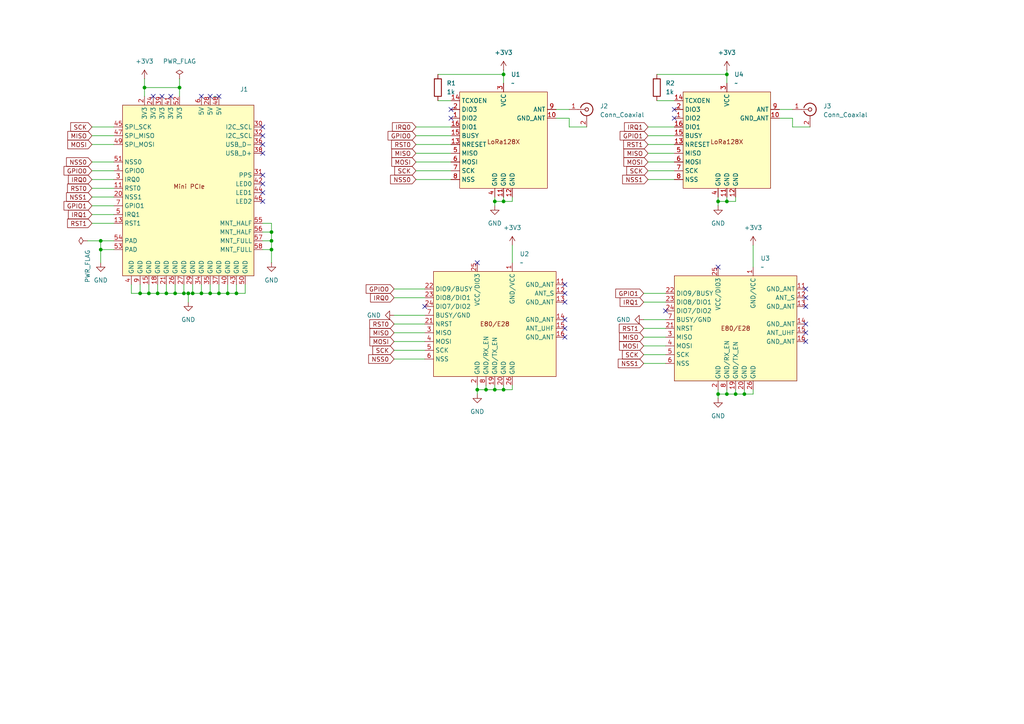
<source format=kicad_sch>
(kicad_sch (version 20250114) (generator "eeschema") (generator_version "9.0")
  (paper "A4")
  (lib_symbols
    (symbol "Connector:Conn_Coaxial" (pin_names (offset 1.016) (hide yes))
      (property "Reference" "J" (at 0.254 3.048 0))
      (property "Value" "Conn_Coaxial" (at 2.921 0 90))
      (symbol "Conn_Coaxial_0_1"
        (polyline (pts (xy -2.54 0) (xy -0.508 0)))
        (arc (start 1.778 0) (mid 0.222 -1.8079) (end -1.778 -0.508) (stroke (width 0.254)))
        (arc (start -1.778 0.508) (mid 0.2221 1.8084) (end 1.778 0) (stroke (width 0.254)))
        (circle (center 0 0) (radius 0.508) (stroke (width 0.2032)))
        (polyline (pts (xy 0 -2.54) (xy 0 -1.778)))
      )
      (symbol "Conn_Coaxial_1_1"
        (pin passive line (at -5.08 0 0) (length 2.54) (name "In") (number "1"))
        (pin passive line (at 0 -5.08 90) (length 2.54) (name "Ext") (number "2"))
      )
    )
    (symbol "Device:R" (pin_numbers (hide yes)) (pin_names (offset 0))
      (property "Reference" "R" (at 2.032 0 90))
      (property "Value" "R" (at 0 0 90))
      (symbol "R_0_1"
        (rectangle (start -1.016 -2.54) (end 1.016 2.54) (stroke (width 0.254)))
      )
      (symbol "R_1_1"
        (pin passive line (at 0 3.81 270) (length 1.27) (name "~") (number "1"))
        (pin passive line (at 0 -3.81 90) (length 1.27) (name "~") (number "2"))
      )
    )
    (symbol "E80_1"
      (property "Reference" "U" (at 0 7.112 0))
      (symbol "E80_1_1_1"
        (rectangle (start -17.78 15.24) (end 17.78 -15.24) (fill (type background)))
        (text "E80/E28\n" (at 0 0 0) (effects (font (size 1.27 1.27))))
        (pin bidirectional line (at -20.32 10.16 0) (length 2.54) (name "DIO9/BUSY") (number "22"))
        (pin bidirectional line (at -20.32 7.62 0) (length 2.54) (name "DIO8/DIO1") (number "23"))
        (pin bidirectional line (at -20.32 5.08 0) (length 2.54) (name "DIO7/DIO2") (number "24"))
        (pin output line (at -20.32 2.54 0) (length 2.54) (name "BUSY/GND") (number "7"))
        (pin input line (at -20.32 0 0) (length 2.54) (name "NRST") (number "21"))
        (pin tri_state line (at -20.32 -2.54 0) (length 2.54) (name "MISO") (number "3"))
        (pin input line (at -20.32 -5.08 0) (length 2.54) (name "MOSI") (number "4"))
        (pin input line (at -20.32 -7.62 0) (length 2.54) (name "SCK") (number "5"))
        (pin input line (at -20.32 -10.16 0) (length 2.54) (name "NSS") (number "6"))
        (pin power_in line (at -5.08 17.78 270) (length 2.54) (name "VCC/DIO3") (number "25"))
        (pin power_in line (at -5.08 -17.78 90) (length 2.54) (name "GND") (number "2"))
        (pin power_in line (at -2.54 -17.78 90) (length 2.54) (name "GND/RX_EN") (number "8"))
        (pin power_in line (at 0 -17.78 90) (length 2.54) (name "GND/TX_EN") (number "19"))
        (pin power_in line (at 2.54 -17.78 90) (length 2.54) (name "GND") (number "20"))
        (pin power_in line (at 5.08 17.78 270) (length 2.54) (name "GND/VCC") (number "1"))
        (pin power_in line (at 5.08 -17.78 90) (length 2.54) (name "GND") (number "26"))
        (pin power_in line (at 20.32 11.43 180) (length 2.54) (name "GND_ANT") (number "11"))
        (pin bidirectional line (at 20.32 8.89 180) (length 2.54) (name "ANT_S") (number "12"))
        (pin power_in line (at 20.32 6.35 180) (length 2.54) (name "GND_ANT") (number "13"))
        (pin power_in line (at 20.32 1.27 180) (length 2.54) (name "GND_ANT") (number "14"))
        (pin bidirectional line (at 20.32 -1.27 180) (length 2.54) (name "ANT_UHF") (number "15"))
        (pin power_in line (at 20.32 -3.81 180) (length 2.54) (name "GND_ANT") (number "16"))
      )
    )
    (symbol "RadioHAT:E80"
      (property "Reference" "U" (at 0 7.112 0))
      (symbol "E80_1_1"
        (rectangle (start -17.78 15.24) (end 17.78 -15.24) (fill (type background)))
        (text "E80/E28\n" (at 0 0 0) (effects (font (size 1.27 1.27))))
        (pin bidirectional line (at -20.32 10.16 0) (length 2.54) (name "DIO9/BUSY") (number "22"))
        (pin bidirectional line (at -20.32 7.62 0) (length 2.54) (name "DIO8/DIO1") (number "23"))
        (pin bidirectional line (at -20.32 5.08 0) (length 2.54) (name "DIO7/DIO2") (number "24"))
        (pin output line (at -20.32 2.54 0) (length 2.54) (name "BUSY/GND") (number "7"))
        (pin input line (at -20.32 0 0) (length 2.54) (name "NRST") (number "21"))
        (pin tri_state line (at -20.32 -2.54 0) (length 2.54) (name "MISO") (number "3"))
        (pin input line (at -20.32 -5.08 0) (length 2.54) (name "MOSI") (number "4"))
        (pin input line (at -20.32 -7.62 0) (length 2.54) (name "SCK") (number "5"))
        (pin input line (at -20.32 -10.16 0) (length 2.54) (name "NSS") (number "6"))
        (pin power_in line (at -5.08 17.78 270) (length 2.54) (name "VCC/DIO3") (number "25"))
        (pin power_in line (at -5.08 -17.78 90) (length 2.54) (name "GND") (number "2"))
        (pin power_in line (at -2.54 -17.78 90) (length 2.54) (name "GND/RX_EN") (number "8"))
        (pin power_in line (at 0 -17.78 90) (length 2.54) (name "GND/TX_EN") (number "19"))
        (pin power_in line (at 2.54 -17.78 90) (length 2.54) (name "GND") (number "20"))
        (pin power_in line (at 5.08 17.78 270) (length 2.54) (name "GND/VCC") (number "1"))
        (pin power_in line (at 5.08 -17.78 90) (length 2.54) (name "GND") (number "26"))
        (pin power_in line (at 20.32 11.43 180) (length 2.54) (name "GND_ANT") (number "11"))
        (pin bidirectional line (at 20.32 8.89 180) (length 2.54) (name "ANT_S") (number "12"))
        (pin power_in line (at 20.32 6.35 180) (length 2.54) (name "GND_ANT") (number "13"))
        (pin power_in line (at 20.32 1.27 180) (length 2.54) (name "GND_ANT") (number "14"))
        (pin bidirectional line (at 20.32 -1.27 180) (length 2.54) (name "ANT_UHF") (number "15"))
        (pin power_in line (at 20.32 -3.81 180) (length 2.54) (name "GND_ANT") (number "16"))
      )
    )
    (symbol "RadioHAT:LoRa128X"
      (property "Reference" "U" (at 0 2.032 0))
      (symbol "LoRa128X_1_1"
        (rectangle (start -12.7 13.97) (end 12.7 -13.97) (fill (type background)))
        (text "LoRa128X" (at 0 -0.508 0) (effects (font (size 1.27 1.27))))
        (pin input line (at -15.24 11.43 0) (length 2.54) (name "TCXOEN") (number "14"))
        (pin bidirectional line (at -15.24 8.89 0) (length 2.54) (name "DIO3") (number "2"))
        (pin bidirectional line (at -15.24 6.35 0) (length 2.54) (name "DIO2") (number "1"))
        (pin bidirectional line (at -15.24 3.81 0) (length 2.54) (name "DIO1") (number "16"))
        (pin tri_state line (at -15.24 1.27 0) (length 2.54) (name "BUSY") (number "15"))
        (pin input line (at -15.24 -1.27 0) (length 2.54) (name "NRESET") (number "13"))
        (pin tri_state line (at -15.24 -3.81 0) (length 2.54) (name "MISO") (number "5"))
        (pin input line (at -15.24 -6.35 0) (length 2.54) (name "MOSI") (number "6"))
        (pin input line (at -15.24 -8.89 0) (length 2.54) (name "SCK") (number "7"))
        (pin input line (at -15.24 -11.43 0) (length 2.54) (name "NSS") (number "8"))
        (pin power_in line (at -2.54 -16.51 90) (length 2.54) (name "GND") (number "4"))
        (pin power_in line (at 0 16.51 270) (length 2.54) (name "VCC") (number "3"))
        (pin power_in line (at 0 -16.51 90) (length 2.54) (name "GND") (number "11"))
        (pin power_in line (at 2.54 -16.51 90) (length 2.54) (name "GND") (number "12"))
        (pin bidirectional line (at 15.24 8.89 180) (length 2.54) (name "ANT") (number "9"))
        (pin bidirectional line (at 15.24 6.35 180) (length 2.54) (name "GND_ANT") (number "10"))
      )
    )
    (symbol "RadioHAT:Mini_PCIe"
      (property "Reference" "J" (at -19.304 28.448 0))
      (symbol "Mini_PCIe_1_1"
        (rectangle (start -19.05 24.13) (end 19.05 -25.4) (fill (type background)))
        (text "Mini PCIe" (at 0.254 0.508 0) (effects (font (size 1.27 1.27))))
        (pin bidirectional line (at -21.59 17.78 0) (length 2.54) (name "SPI_SCK") (number "45"))
        (pin bidirectional line (at -21.59 15.24 0) (length 2.54) (name "SPI_MISO") (number "47"))
        (pin bidirectional line (at -21.59 12.7 0) (length 2.54) (name "SPI_MOSI") (number "49"))
        (pin bidirectional line (at -21.59 7.62 0) (length 2.54) (name "NSS0") (number "51"))
        (pin bidirectional line (at -21.59 5.08 0) (length 2.54) (name "GPIO0") (number "1"))
        (pin bidirectional line (at -21.59 2.54 0) (length 2.54) (name "IRQ0") (number "3"))
        (pin bidirectional line (at -21.59 0 0) (length 2.54) (name "RST0") (number "11"))
        (pin bidirectional line (at -21.59 -2.54 0) (length 2.54) (name "NSS1") (number "20"))
        (pin bidirectional line (at -21.59 -5.08 0) (length 2.54) (name "GPIO1") (number "7"))
        (pin bidirectional line (at -21.59 -7.62 0) (length 2.54) (name "IRQ1") (number "5"))
        (pin bidirectional line (at -21.59 -10.16 0) (length 2.54) (name "RST1") (number "13"))
        (pin free line (at -21.59 -15.24 0) (length 2.54) (name "PAD") (number "54"))
        (pin free line (at -21.59 -17.78 0) (length 2.54) (name "PAD") (number "53"))
        (pin power_in line (at -16.51 -27.94 90) (length 2.54) (name "GND") (number "4"))
        (pin power_in line (at -13.97 -27.94 90) (length 2.54) (name "GND") (number "9"))
        (pin power_in line (at -12.7 26.67 270) (length 2.54) (name "3V3") (number "2"))
        (pin power_in line (at -11.43 -27.94 90) (length 2.54) (name "GND") (number "15"))
        (pin power_in line (at -10.16 26.67 270) (length 2.54) (name "3V3") (number "24"))
        (pin power_in line (at -8.89 -27.94 90) (length 2.54) (name "GND") (number "18"))
        (pin power_in line (at -7.62 26.67 270) (length 2.54) (name "3V3") (number "39"))
        (pin power_in line (at -6.35 -27.94 90) (length 2.54) (name "GND") (number "21"))
        (pin power_in line (at -5.08 26.67 270) (length 2.54) (name "3V3") (number "41"))
        (pin power_in line (at -3.81 -27.94 90) (length 2.54) (name "GND") (number "26"))
        (pin power_in line (at -2.54 26.67 270) (length 2.54) (name "3V3") (number "52"))
        (pin power_in line (at -1.27 -27.94 90) (length 2.54) (name "GND") (number "27"))
        (pin power_in line (at 1.27 -27.94 90) (length 2.54) (name "GND") (number "29"))
        (pin power_in line (at 3.81 26.67 270) (length 2.54) (name "5V") (number "6"))
        (pin power_in line (at 3.81 -27.94 90) (length 2.54) (name "GND") (number "34"))
        (pin power_in line (at 6.35 26.67 270) (length 2.54) (name "5V") (number "28"))
        (pin power_in line (at 6.35 -27.94 90) (length 2.54) (name "GND") (number "35"))
        (pin power_in line (at 8.89 26.67 270) (length 2.54) (name "5V") (number "48"))
        (pin power_in line (at 8.89 -27.94 90) (length 2.54) (name "GND") (number "37"))
        (pin power_in line (at 11.43 -27.94 90) (length 2.54) (name "GND") (number "40"))
        (pin power_in line (at 13.97 -27.94 90) (length 2.54) (name "GND") (number "43"))
        (pin power_in line (at 16.51 -27.94 90) (length 2.54) (name "GND") (number "50"))
        (pin bidirectional line (at 21.59 17.78 180) (length 2.54) (name "I2C_SCL") (number "30"))
        (pin bidirectional line (at 21.59 15.24 180) (length 2.54) (name "I2C_SCL") (number "32"))
        (pin bidirectional line (at 21.59 12.7 180) (length 2.54) (name "USB_D-") (number "36"))
        (pin bidirectional line (at 21.59 10.16 180) (length 2.54) (name "USB_D+") (number "38"))
        (pin bidirectional line (at 21.59 3.81 180) (length 2.54) (name "PPS") (number "31"))
        (pin bidirectional line (at 21.59 1.27 180) (length 2.54) (name "LED0") (number "42"))
        (pin bidirectional line (at 21.59 -1.27 180) (length 2.54) (name "LED1") (number "44"))
        (pin bidirectional line (at 21.59 -3.81 180) (length 2.54) (name "LED2") (number "46"))
        (pin free line (at 21.59 -10.16 180) (length 2.54) (name "MNT_HALF") (number "55"))
        (pin free line (at 21.59 -12.7 180) (length 2.54) (name "MNT_HALF") (number "56"))
        (pin free line (at 21.59 -15.24 180) (length 2.54) (name "MNT_FULL") (number "57"))
        (pin free line (at 21.59 -17.78 180) (length 2.54) (name "MNT_FULL") (number "58"))
      )
    )
    (symbol "power:+3V3" (power) (pin_numbers (hide yes)) (pin_names (offset 0) (hide yes))
      (property "Value" "+3V3" (at 0 3.556 0))
      (symbol "+3V3_0_1"
        (polyline (pts (xy -0.762 1.27) (xy 0 2.54)))
        (polyline (pts (xy 0 2.54) (xy 0.762 1.27)))
        (polyline (pts (xy 0 0) (xy 0 2.54)))
      )
      (symbol "+3V3_1_1"
        (pin power_in line (at 0 0 90) (length 0) (name "~") (number "1"))
      )
    )
    (symbol "power:GND" (power) (pin_numbers (hide yes)) (pin_names (offset 0) (hide yes))
      (property "Value" "GND" (at 0 -3.81 0))
      (symbol "GND_0_1"
        (polyline (pts (xy 0 0) (xy 0 -1.27) (xy 1.27 -1.27) (xy 0 -2.54) (xy -1.27 -1.27) (xy 0 -1.27)))
      )
      (symbol "GND_1_1"
        (pin power_in line (at 0 0 270) (length 0) (name "~") (number "1"))
      )
    )
    (symbol "power:PWR_FLAG" (power) (pin_numbers (hide yes)) (pin_names (offset 0) (hide yes))
      (property "Value" "PWR_FLAG" (at 0 3.81 0))
      (symbol "PWR_FLAG_0_0"
        (pin power_out line (at 0 0 90) (length 0) (name "~") (number "1"))
      )
      (symbol "PWR_FLAG_0_1"
        (polyline (pts (xy 0 0) (xy 0 1.27) (xy -1.016 1.905) (xy 0 2.54) (xy 1.016 1.905) (xy 0 1.27)))
      )
    )
  )
  (junction (at 52.07 25.4))
  (junction (at 213.36 114.3))
  (junction (at 140.97 113.03))
  (junction (at 68.58 85.09))
  (junction (at 66.04 85.09))
  (junction (at 138.43 113.03))
  (junction (at 143.51 113.03))
  (junction (at 146.05 113.03))
  (junction (at 55.88 85.09))
  (junction (at 48.26 85.09))
  (junction (at 53.34 85.09))
  (junction (at 41.91 25.4))
  (junction (at 29.21 69.85))
  (junction (at 78.74 72.39))
  (junction (at 63.5 85.09))
  (junction (at 208.28 58.42))
  (junction (at 210.82 21.59))
  (junction (at 54.61 85.09))
  (junction (at 143.51 58.42))
  (junction (at 43.18 85.09))
  (junction (at 29.21 72.39))
  (junction (at 210.82 114.3))
  (junction (at 40.64 85.09))
  (junction (at 58.42 85.09))
  (junction (at 50.8 85.09))
  (junction (at 146.05 21.59))
  (junction (at 60.96 85.09))
  (junction (at 78.74 67.31))
  (junction (at 45.72 85.09))
  (junction (at 208.28 114.3))
  (junction (at 215.9 114.3))
  (junction (at 78.74 69.85))
  (junction (at 146.05 58.42))
  (junction (at 210.82 58.42))
  (no_connect (at 76.2 41.91))
  (no_connect (at 138.43 76.2))
  (no_connect (at 163.83 97.79))
  (no_connect (at 60.96 27.94))
  (no_connect (at 76.2 58.42))
  (no_connect (at 208.28 77.47))
  (no_connect (at 76.2 39.37))
  (no_connect (at 233.68 99.06))
  (no_connect (at 163.83 87.63))
  (no_connect (at 63.5 27.94))
  (no_connect (at 130.81 31.75))
  (no_connect (at 76.2 53.34))
  (no_connect (at 130.81 34.29))
  (no_connect (at 123.19 88.9))
  (no_connect (at 163.83 85.09))
  (no_connect (at 76.2 50.8))
  (no_connect (at 195.58 31.75))
  (no_connect (at 233.68 83.82))
  (no_connect (at 163.83 95.25))
  (no_connect (at 163.83 92.71))
  (no_connect (at 233.68 86.36))
  (no_connect (at 193.04 90.17))
  (no_connect (at 44.45 27.94))
  (no_connect (at 233.68 96.52))
  (no_connect (at 46.99 27.94))
  (no_connect (at 76.2 55.88))
  (no_connect (at 58.42 27.94))
  (no_connect (at 233.68 88.9))
  (no_connect (at 76.2 36.83))
  (no_connect (at 195.58 34.29))
  (no_connect (at 233.68 93.98))
  (no_connect (at 76.2 44.45))
  (no_connect (at 49.53 27.94))
  (no_connect (at 163.83 82.55))
  (wire (pts (xy 146.05 113.03) (xy 143.51 113.03)))
  (wire (pts (xy 26.67 39.37) (xy 33.02 39.37)))
  (wire (pts (xy 146.05 111.76) (xy 146.05 113.03)))
  (wire (pts (xy 208.28 114.3) (xy 208.28 115.57)))
  (wire (pts (xy 186.69 85.09) (xy 193.04 85.09)))
  (wire (pts (xy 78.74 67.31) (xy 78.74 69.85)))
  (wire (pts (xy 68.58 82.55) (xy 68.58 85.09)))
  (wire (pts (xy 114.3 86.36) (xy 123.19 86.36)))
  (wire (pts (xy 186.69 102.87) (xy 193.04 102.87)))
  (wire (pts (xy 120.65 39.37) (xy 130.81 39.37)))
  (wire (pts (xy 63.5 82.55) (xy 63.5 85.09)))
  (wire (pts (xy 26.67 46.99) (xy 33.02 46.99)))
  (wire (pts (xy 41.91 25.4) (xy 41.91 27.94)))
  (wire (pts (xy 120.65 36.83) (xy 130.81 36.83)))
  (wire (pts (xy 186.69 105.41) (xy 193.04 105.41)))
  (wire (pts (xy 45.72 82.55) (xy 45.72 85.09)))
  (wire (pts (xy 53.34 85.09) (xy 54.61 85.09)))
  (wire (pts (xy 66.04 85.09) (xy 68.58 85.09)))
  (wire (pts (xy 218.44 113.03) (xy 218.44 114.3)))
  (wire (pts (xy 26.67 52.07) (xy 33.02 52.07)))
  (wire (pts (xy 54.61 85.09) (xy 55.88 85.09)))
  (wire (pts (xy 143.51 57.15) (xy 143.51 58.42)))
  (wire (pts (xy 190.5 21.59) (xy 210.82 21.59)))
  (wire (pts (xy 138.43 113.03) (xy 138.43 114.3)))
  (wire (pts (xy 165.1 36.83) (xy 170.18 36.83)))
  (wire (pts (xy 208.28 113.03) (xy 208.28 114.3)))
  (wire (pts (xy 120.65 41.91) (xy 130.81 41.91)))
  (wire (pts (xy 48.26 85.09) (xy 50.8 85.09)))
  (wire (pts (xy 208.28 58.42) (xy 210.82 58.42)))
  (wire (pts (xy 161.29 31.75) (xy 165.1 31.75)))
  (wire (pts (xy 187.96 52.07) (xy 195.58 52.07)))
  (wire (pts (xy 26.67 64.77) (xy 33.02 64.77)))
  (wire (pts (xy 71.12 85.09) (xy 71.12 82.55)))
  (wire (pts (xy 26.67 54.61) (xy 33.02 54.61)))
  (wire (pts (xy 76.2 64.77) (xy 78.74 64.77)))
  (wire (pts (xy 226.06 34.29) (xy 229.87 34.29)))
  (wire (pts (xy 40.64 82.55) (xy 40.64 85.09)))
  (wire (pts (xy 29.21 72.39) (xy 33.02 72.39)))
  (wire (pts (xy 187.96 41.91) (xy 195.58 41.91)))
  (wire (pts (xy 54.61 85.09) (xy 54.61 87.63)))
  (wire (pts (xy 186.69 97.79) (xy 193.04 97.79)))
  (wire (pts (xy 52.07 25.4) (xy 52.07 27.94)))
  (wire (pts (xy 127 21.59) (xy 146.05 21.59)))
  (wire (pts (xy 186.69 95.25) (xy 193.04 95.25)))
  (wire (pts (xy 187.96 49.53) (xy 195.58 49.53)))
  (wire (pts (xy 33.02 69.85) (xy 29.21 69.85)))
  (wire (pts (xy 38.1 82.55) (xy 38.1 85.09)))
  (wire (pts (xy 52.07 22.86) (xy 52.07 25.4)))
  (wire (pts (xy 143.51 111.76) (xy 143.51 113.03)))
  (wire (pts (xy 114.3 101.6) (xy 123.19 101.6)))
  (wire (pts (xy 26.67 59.69) (xy 33.02 59.69)))
  (wire (pts (xy 120.65 49.53) (xy 130.81 49.53)))
  (wire (pts (xy 26.67 36.83) (xy 33.02 36.83)))
  (wire (pts (xy 148.59 111.76) (xy 148.59 113.03)))
  (wire (pts (xy 29.21 72.39) (xy 29.21 76.2)))
  (wire (pts (xy 187.96 36.83) (xy 195.58 36.83)))
  (wire (pts (xy 40.64 85.09) (xy 43.18 85.09)))
  (wire (pts (xy 190.5 29.21) (xy 195.58 29.21)))
  (wire (pts (xy 26.67 41.91) (xy 33.02 41.91)))
  (wire (pts (xy 120.65 52.07) (xy 130.81 52.07)))
  (wire (pts (xy 213.36 113.03) (xy 213.36 114.3)))
  (wire (pts (xy 186.69 92.71) (xy 193.04 92.71)))
  (wire (pts (xy 187.96 44.45) (xy 195.58 44.45)))
  (wire (pts (xy 60.96 85.09) (xy 63.5 85.09)))
  (wire (pts (xy 53.34 82.55) (xy 53.34 85.09)))
  (wire (pts (xy 58.42 85.09) (xy 60.96 85.09)))
  (wire (pts (xy 208.28 57.15) (xy 208.28 58.42)))
  (wire (pts (xy 210.82 21.59) (xy 210.82 24.13)))
  (wire (pts (xy 226.06 31.75) (xy 229.87 31.75)))
  (wire (pts (xy 213.36 57.15) (xy 213.36 58.42)))
  (wire (pts (xy 50.8 82.55) (xy 50.8 85.09)))
  (wire (pts (xy 120.65 44.45) (xy 130.81 44.45)))
  (wire (pts (xy 210.82 20.32) (xy 210.82 21.59)))
  (wire (pts (xy 148.59 113.03) (xy 146.05 113.03)))
  (wire (pts (xy 229.87 36.83) (xy 234.95 36.83)))
  (wire (pts (xy 215.9 113.03) (xy 215.9 114.3)))
  (wire (pts (xy 25.4 69.85) (xy 29.21 69.85)))
  (wire (pts (xy 210.82 58.42) (xy 213.36 58.42)))
  (wire (pts (xy 208.28 58.42) (xy 208.28 59.69)))
  (wire (pts (xy 229.87 34.29) (xy 229.87 36.83)))
  (wire (pts (xy 140.97 111.76) (xy 140.97 113.03)))
  (wire (pts (xy 78.74 64.77) (xy 78.74 67.31)))
  (wire (pts (xy 43.18 82.55) (xy 43.18 85.09)))
  (wire (pts (xy 55.88 85.09) (xy 58.42 85.09)))
  (wire (pts (xy 48.26 82.55) (xy 48.26 85.09)))
  (wire (pts (xy 43.18 85.09) (xy 45.72 85.09)))
  (wire (pts (xy 50.8 85.09) (xy 53.34 85.09)))
  (wire (pts (xy 76.2 67.31) (xy 78.74 67.31)))
  (wire (pts (xy 29.21 69.85) (xy 29.21 72.39)))
  (wire (pts (xy 143.51 58.42) (xy 143.51 59.69)))
  (wire (pts (xy 143.51 113.03) (xy 140.97 113.03)))
  (wire (pts (xy 120.65 46.99) (xy 130.81 46.99)))
  (wire (pts (xy 215.9 114.3) (xy 218.44 114.3)))
  (wire (pts (xy 76.2 72.39) (xy 78.74 72.39)))
  (wire (pts (xy 161.29 34.29) (xy 165.1 34.29)))
  (wire (pts (xy 68.58 85.09) (xy 71.12 85.09)))
  (wire (pts (xy 78.74 72.39) (xy 78.74 76.2)))
  (wire (pts (xy 210.82 113.03) (xy 210.82 114.3)))
  (wire (pts (xy 210.82 114.3) (xy 213.36 114.3)))
  (wire (pts (xy 114.3 104.14) (xy 123.19 104.14)))
  (wire (pts (xy 60.96 82.55) (xy 60.96 85.09)))
  (wire (pts (xy 213.36 114.3) (xy 215.9 114.3)))
  (wire (pts (xy 146.05 20.32) (xy 146.05 21.59)))
  (wire (pts (xy 187.96 39.37) (xy 195.58 39.37)))
  (wire (pts (xy 26.67 49.53) (xy 33.02 49.53)))
  (wire (pts (xy 148.59 57.15) (xy 148.59 58.42)))
  (wire (pts (xy 143.51 58.42) (xy 146.05 58.42)))
  (wire (pts (xy 146.05 21.59) (xy 146.05 24.13)))
  (wire (pts (xy 148.59 71.12) (xy 148.59 76.2)))
  (wire (pts (xy 140.97 113.03) (xy 138.43 113.03)))
  (wire (pts (xy 114.3 99.06) (xy 123.19 99.06)))
  (wire (pts (xy 127 29.21) (xy 130.81 29.21)))
  (wire (pts (xy 76.2 69.85) (xy 78.74 69.85)))
  (wire (pts (xy 186.69 87.63) (xy 193.04 87.63)))
  (wire (pts (xy 63.5 85.09) (xy 66.04 85.09)))
  (wire (pts (xy 38.1 85.09) (xy 40.64 85.09)))
  (wire (pts (xy 146.05 57.15) (xy 146.05 58.42)))
  (wire (pts (xy 55.88 82.55) (xy 55.88 85.09)))
  (wire (pts (xy 187.96 46.99) (xy 195.58 46.99)))
  (wire (pts (xy 114.3 93.98) (xy 123.19 93.98)))
  (wire (pts (xy 114.3 83.82) (xy 123.19 83.82)))
  (wire (pts (xy 58.42 82.55) (xy 58.42 85.09)))
  (wire (pts (xy 114.3 96.52) (xy 123.19 96.52)))
  (wire (pts (xy 138.43 111.76) (xy 138.43 113.03)))
  (wire (pts (xy 66.04 82.55) (xy 66.04 85.09)))
  (wire (pts (xy 41.91 25.4) (xy 52.07 25.4)))
  (wire (pts (xy 208.28 114.3) (xy 210.82 114.3)))
  (wire (pts (xy 210.82 57.15) (xy 210.82 58.42)))
  (wire (pts (xy 146.05 58.42) (xy 148.59 58.42)))
  (wire (pts (xy 218.44 71.12) (xy 218.44 77.47)))
  (wire (pts (xy 26.67 62.23) (xy 33.02 62.23)))
  (wire (pts (xy 114.3 91.44) (xy 123.19 91.44)))
  (wire (pts (xy 186.69 100.33) (xy 193.04 100.33)))
  (wire (pts (xy 165.1 34.29) (xy 165.1 36.83)))
  (wire (pts (xy 78.74 69.85) (xy 78.74 72.39)))
  (wire (pts (xy 26.67 57.15) (xy 33.02 57.15)))
  (wire (pts (xy 45.72 85.09) (xy 48.26 85.09)))
  (wire (pts (xy 41.91 22.86) (xy 41.91 25.4)))
  (global_label "NSS1" (shape input) (at 187.96 52.07 180) (property "Intersheetrefs" "${INTERSHEET_REFS}" (effects (hide yes))))
  (global_label "RST1" (shape input) (at 187.96 41.91 180) (property "Intersheetrefs" "${INTERSHEET_REFS}" (effects (hide yes))))
  (global_label "NSS1" (shape input) (at 186.69 105.41 180) (property "Intersheetrefs" "${INTERSHEET_REFS}" (effects (hide yes))))
  (global_label "IRQ0" (shape input) (at 120.65 36.83 180) (property "Intersheetrefs" "${INTERSHEET_REFS}" (effects (hide yes))))
  (global_label "GPIO1" (shape input) (at 186.69 85.09 180) (property "Intersheetrefs" "${INTERSHEET_REFS}" (effects (hide yes))))
  (global_label "NSS0" (shape input) (at 26.67 46.99 180) (property "Intersheetrefs" "${INTERSHEET_REFS}" (effects (hide yes))))
  (global_label "GPIO1" (shape input) (at 26.67 59.69 180) (property "Intersheetrefs" "${INTERSHEET_REFS}" (effects (hide yes))))
  (global_label "MISO" (shape input) (at 187.96 44.45 180) (property "Intersheetrefs" "${INTERSHEET_REFS}" (effects (hide yes))))
  (global_label "NSS0" (shape input) (at 114.3 104.14 180) (property "Intersheetrefs" "${INTERSHEET_REFS}" (effects (hide yes))))
  (global_label "RST0" (shape input) (at 120.65 41.91 180) (property "Intersheetrefs" "${INTERSHEET_REFS}" (effects (hide yes))))
  (global_label "RST0" (shape input) (at 26.67 54.61 180) (property "Intersheetrefs" "${INTERSHEET_REFS}" (effects (hide yes))))
  (global_label "MISO" (shape input) (at 26.67 39.37 180) (property "Intersheetrefs" "${INTERSHEET_REFS}" (effects (hide yes))))
  (global_label "SCK" (shape input) (at 114.3 101.6 180) (property "Intersheetrefs" "${INTERSHEET_REFS}" (effects (hide yes))))
  (global_label "IRQ0" (shape input) (at 114.3 86.36 180) (property "Intersheetrefs" "${INTERSHEET_REFS}" (effects (hide yes))))
  (global_label "IRQ1" (shape input) (at 186.69 87.63 180) (property "Intersheetrefs" "${INTERSHEET_REFS}" (effects (hide yes))))
  (global_label "GPIO0" (shape input) (at 120.65 39.37 180) (property "Intersheetrefs" "${INTERSHEET_REFS}" (effects (hide yes))))
  (global_label "MOSI" (shape input) (at 114.3 99.06 180) (property "Intersheetrefs" "${INTERSHEET_REFS}" (effects (hide yes))))
  (global_label "MISO" (shape input) (at 120.65 44.45 180) (property "Intersheetrefs" "${INTERSHEET_REFS}" (effects (hide yes))))
  (global_label "IRQ0" (shape input) (at 26.67 52.07 180) (property "Intersheetrefs" "${INTERSHEET_REFS}" (effects (hide yes))))
  (global_label "MISO" (shape input) (at 186.69 97.79 180) (property "Intersheetrefs" "${INTERSHEET_REFS}" (effects (hide yes))))
  (global_label "SCK" (shape input) (at 187.96 49.53 180) (property "Intersheetrefs" "${INTERSHEET_REFS}" (effects (hide yes))))
  (global_label "IRQ1" (shape input) (at 26.67 62.23 180) (property "Intersheetrefs" "${INTERSHEET_REFS}" (effects (hide yes))))
  (global_label "RST1" (shape input) (at 26.67 64.77 180) (property "Intersheetrefs" "${INTERSHEET_REFS}" (effects (hide yes))))
  (global_label "MISO" (shape input) (at 114.3 96.52 180) (property "Intersheetrefs" "${INTERSHEET_REFS}" (effects (hide yes))))
  (global_label "MOSI" (shape input) (at 120.65 46.99 180) (property "Intersheetrefs" "${INTERSHEET_REFS}" (effects (hide yes))))
  (global_label "MOSI" (shape input) (at 187.96 46.99 180) (property "Intersheetrefs" "${INTERSHEET_REFS}" (effects (hide yes))))
  (global_label "GPIO0" (shape input) (at 26.67 49.53 180) (property "Intersheetrefs" "${INTERSHEET_REFS}" (effects (hide yes))))
  (global_label "RST0" (shape input) (at 114.3 93.98 180) (property "Intersheetrefs" "${INTERSHEET_REFS}" (effects (hide yes))))
  (global_label "SCK" (shape input) (at 186.69 102.87 180) (property "Intersheetrefs" "${INTERSHEET_REFS}" (effects (hide yes))))
  (global_label "RST1" (shape input) (at 186.69 95.25 180) (property "Intersheetrefs" "${INTERSHEET_REFS}" (effects (hide yes))))
  (global_label "IRQ1" (shape input) (at 187.96 36.83 180) (property "Intersheetrefs" "${INTERSHEET_REFS}" (effects (hide yes))))
  (global_label "MOSI" (shape input) (at 186.69 100.33 180) (property "Intersheetrefs" "${INTERSHEET_REFS}" (effects (hide yes))))
  (global_label "NSS1" (shape input) (at 26.67 57.15 180) (property "Intersheetrefs" "${INTERSHEET_REFS}" (effects (hide yes))))
  (global_label "MOSI" (shape input) (at 26.67 41.91 180) (property "Intersheetrefs" "${INTERSHEET_REFS}" (effects (hide yes))))
  (global_label "GPIO0" (shape input) (at 114.3 83.82 180) (property "Intersheetrefs" "${INTERSHEET_REFS}" (effects (hide yes))))
  (global_label "SCK" (shape input) (at 26.67 36.83 180) (property "Intersheetrefs" "${INTERSHEET_REFS}" (effects (hide yes))))
  (global_label "NSS0" (shape input) (at 120.65 52.07 180) (property "Intersheetrefs" "${INTERSHEET_REFS}" (effects (hide yes))))
  (global_label "SCK" (shape input) (at 120.65 49.53 180) (property "Intersheetrefs" "${INTERSHEET_REFS}" (effects (hide yes))))
  (global_label "GPIO1" (shape input) (at 187.96 39.37 180) (property "Intersheetrefs" "${INTERSHEET_REFS}" (effects (hide yes))))
  (symbol (lib_id "power:+3V3") (at 210.82 20.32 0) (unit 1)
    (property "Reference" "#PWR07" (effects (hide yes)))
    (property "Value" "+3V3" (at 210.82 15.24 0))
    (property "Description" "Power symbol creates a global label with name \"+3V3\"" (effects (hide yes)))
  )
  (symbol (lib_id "power:+3V3") (at 218.44 71.12 0) (unit 1)
    (property "Reference" "#PWR09" (effects (hide yes)))
    (property "Value" "+3V3" (at 218.44 66.04 0))
    (property "Description" "Power symbol creates a global label with name \"+3V3\"" (effects (hide yes)))
  )
  (symbol (lib_id "power:GND") (at 208.28 59.69 0) (unit 1)
    (property "Reference" "#PWR011" (effects (hide yes)))
    (property "Value" "GND" (at 208.28 64.77 0))
    (property "Description" "Power symbol creates a global label with name \"GND\" , ground" (effects (hide yes)))
  )
  (symbol (lib_id "RadioHAT:LoRa128X") (at 210.82 40.64 0) (unit 1)
    (property "Reference" "U4" (at 212.9633 21.59 0) (effects (justify left)))
    (property "Value" "~" (at 212.9633 24.13 0) (effects (justify left)))
    (property "Footprint" "RadioHAT:LoRa128X" (effects (hide yes)))
  )
  (symbol (lib_id "power:+3V3") (at 41.91 22.86 0) (unit 1)
    (property "Reference" "#PWR04" (effects (hide yes)))
    (property "Value" "+3V3" (at 41.91 17.78 0))
    (property "Description" "Power symbol creates a global label with name \"+3V3\"" (effects (hide yes)))
  )
  (symbol (lib_id "power:GND") (at 208.28 115.57 0) (unit 1)
    (property "Reference" "#PWR012" (effects (hide yes)))
    (property "Value" "GND" (at 208.28 120.65 0))
    (property "Description" "Power symbol creates a global label with name \"GND\" , ground" (effects (hide yes)))
  )
  (symbol (lib_id "RadioHAT:E80") (at 213.36 95.25 0) (unit 1)
    (property "Reference" "U3" (at 220.5833 74.93 0) (effects (justify left)))
    (property "Value" "~" (at 220.5833 77.47 0) (effects (justify left)))
    (property "Footprint" "RadioHAT:E28_E80" (effects (hide yes)))
  )
  (symbol (lib_id "power:GND") (at 78.74 76.2 0) (unit 1)
    (property "Reference" "#PWR03" (effects (hide yes)))
    (property "Value" "GND" (at 78.74 81.28 0))
    (property "Description" "Power symbol creates a global label with name \"GND\" , ground" (effects (hide yes)))
  )
  (symbol (lib_id "power:+3V3") (at 148.59 71.12 0) (unit 1)
    (property "Reference" "#PWR08" (effects (hide yes)))
    (property "Value" "+3V3" (at 148.59 66.04 0))
    (property "Description" "Power symbol creates a global label with name \"+3V3\"" (effects (hide yes)))
  )
  (symbol (lib_id "power:PWR_FLAG") (at 52.07 22.86 0) (unit 1)
    (property "Reference" "#FLG01" (effects (hide yes)))
    (property "Value" "PWR_FLAG" (at 52.07 17.78 0))
    (property "Description" "Special symbol for telling ERC where power comes from" (effects (hide yes)))
  )
  (symbol (lib_id "power:GND") (at 186.69 92.71 270) (unit 1)
    (property "Reference" "#PWR015" (effects (hide yes)))
    (property "Value" "GND" (at 182.88 92.7099 90) (effects (justify right)))
    (property "Description" "Power symbol creates a global label with name \"GND\" , ground" (effects (hide yes)))
  )
  (symbol (lib_name "E80_1") (lib_id "RadioHAT:E80") (at 143.51 93.98 0) (unit 1)
    (property "Reference" "U2" (at 150.7333 73.66 0) (effects (justify left)))
    (property "Value" "~" (at 150.7333 76.2 0) (effects (justify left)))
    (property "Footprint" "RadioHAT:E28_E80" (effects (hide yes)))
  )
  (symbol (lib_id "RadioHAT:LoRa128X") (at 146.05 40.64 0) (unit 1)
    (property "Reference" "U1" (at 148.1933 21.59 0) (effects (justify left)))
    (property "Value" "~" (at 148.1933 24.13 0) (effects (justify left)))
    (property "Footprint" "RadioHAT:LoRa128X" (effects (hide yes)))
  )
  (symbol (lib_id "power:GND") (at 143.51 59.69 0) (unit 1)
    (property "Reference" "#PWR010" (effects (hide yes)))
    (property "Value" "GND" (at 143.51 64.77 0))
    (property "Description" "Power symbol creates a global label with name \"GND\" , ground" (effects (hide yes)))
  )
  (symbol (lib_id "Device:R") (at 127 25.4 0) (unit 1)
    (property "Reference" "R1" (at 129.54 24.1299 0) (effects (justify left)))
    (property "Value" "1k" (at 129.54 26.6699 0) (effects (justify left)))
    (property "Footprint" "Resistor_SMD:R_0603_1608Metric_Pad0.98x0.95mm_HandSolder" (effects (hide yes)))
    (property "Description" "Resistor" (effects (hide yes)))
  )
  (symbol (lib_id "power:GND") (at 54.61 87.63 0) (unit 1)
    (property "Reference" "#PWR01" (effects (hide yes)))
    (property "Value" "GND" (at 54.61 92.71 0))
    (property "Description" "Power symbol creates a global label with name \"GND\" , ground" (effects (hide yes)))
  )
  (symbol (lib_id "power:+3V3") (at 146.05 20.32 0) (unit 1)
    (property "Reference" "#PWR05" (effects (hide yes)))
    (property "Value" "+3V3" (at 146.05 15.24 0))
    (property "Description" "Power symbol creates a global label with name \"+3V3\"" (effects (hide yes)))
  )
  (symbol (lib_id "power:PWR_FLAG") (at 25.4 69.85 90) (unit 1)
    (property "Reference" "#FLG02" (effects (hide yes)))
    (property "Value" "PWR_FLAG" (at 25.4 77.216 0))
    (property "Description" "Special symbol for telling ERC where power comes from" (effects (hide yes)))
  )
  (symbol (lib_id "power:GND") (at 138.43 114.3 0) (unit 1)
    (property "Reference" "#PWR013" (effects (hide yes)))
    (property "Value" "GND" (at 138.43 119.38 0))
    (property "Description" "Power symbol creates a global label with name \"GND\" , ground" (effects (hide yes)))
  )
  (symbol (lib_id "power:GND") (at 114.3 91.44 270) (unit 1)
    (property "Reference" "#PWR014" (effects (hide yes)))
    (property "Value" "GND" (at 110.49 91.4399 90) (effects (justify right)))
    (property "Description" "Power symbol creates a global label with name \"GND\" , ground" (effects (hide yes)))
  )
  (symbol (lib_id "Connector:Conn_Coaxial") (at 170.18 31.75 0) (unit 1)
    (property "Reference" "J2" (at 173.99 30.7731 0) (effects (justify left)))
    (property "Value" "Conn_Coaxial" (at 173.99 33.3131 0) (effects (justify left)))
    (property "Footprint" "Connector_Coaxial:U.FL_Molex_MCRF_73412-0110_Vertical" (effects (hide yes)))
    (property "Description" "coaxial connector (BNC, SMA, SMB, SMC, Cinch/RCA, LEMO, ...)" (effects (hide yes)))
  )
  (symbol (lib_id "Device:R") (at 190.5 25.4 0) (unit 1)
    (property "Reference" "R2" (at 193.04 24.1299 0) (effects (justify left)))
    (property "Value" "1k" (at 193.04 26.6699 0) (effects (justify left)))
    (property "Footprint" "Resistor_SMD:R_0603_1608Metric_Pad0.98x0.95mm_HandSolder" (effects (hide yes)))
    (property "Description" "Resistor" (effects (hide yes)))
  )
  (symbol (lib_id "Connector:Conn_Coaxial") (at 234.95 31.75 0) (unit 1)
    (property "Reference" "J3" (at 238.76 30.7731 0) (effects (justify left)))
    (property "Value" "Conn_Coaxial" (at 238.76 33.3131 0) (effects (justify left)))
    (property "Footprint" "Connector_Coaxial:U.FL_Molex_MCRF_73412-0110_Vertical" (effects (hide yes)))
    (property "Description" "coaxial connector (BNC, SMA, SMB, SMC, Cinch/RCA, LEMO, ...)" (effects (hide yes)))
  )
  (symbol (lib_id "power:GND") (at 29.21 76.2 0) (unit 1)
    (property "Reference" "#PWR02" (effects (hide yes)))
    (property "Value" "GND" (at 29.21 81.28 0))
    (property "Description" "Power symbol creates a global label with name \"GND\" , ground" (effects (hide yes)))
  )
  (symbol (lib_id "RadioHAT:Mini_PCIe") (at 54.61 54.61 0) (unit 1)
    (property "Reference" "J1" (at 69.596 25.908 0) (effects (justify left)))
    (property "Value" "~" (at 61.8333 27.94 0) (effects (justify left)))
    (property "Footprint" "RadioHAT:Mini_PCIe_Full" (effects (hide yes)))
    (property "Mouser" "571-1775838-2" (effects (hide yes)))
  )
)
</source>
